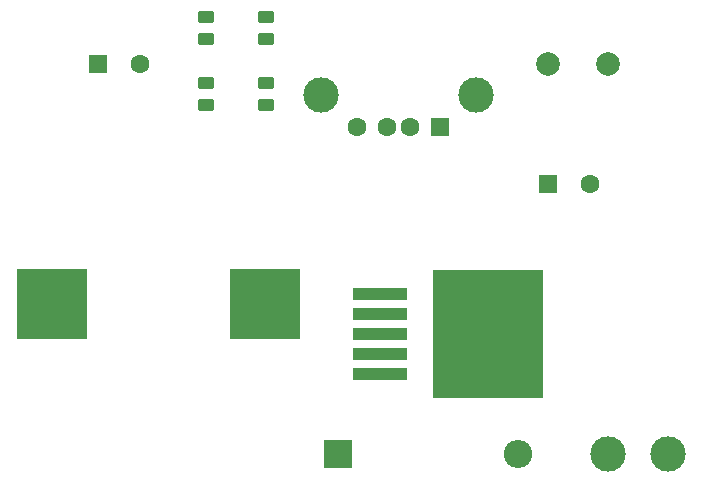
<source format=gbr>
%TF.GenerationSoftware,KiCad,Pcbnew,(6.0.4-0)*%
%TF.CreationDate,2022-06-08T11:17:20-07:00*%
%TF.ProjectId,DC_To_DC_Converter,44435f54-6f5f-4444-935f-436f6e766572,rev?*%
%TF.SameCoordinates,Original*%
%TF.FileFunction,Soldermask,Top*%
%TF.FilePolarity,Negative*%
%FSLAX46Y46*%
G04 Gerber Fmt 4.6, Leading zero omitted, Abs format (unit mm)*
G04 Created by KiCad (PCBNEW (6.0.4-0)) date 2022-06-08 11:17:20*
%MOMM*%
%LPD*%
G01*
G04 APERTURE LIST*
G04 Aperture macros list*
%AMRoundRect*
0 Rectangle with rounded corners*
0 $1 Rounding radius*
0 $2 $3 $4 $5 $6 $7 $8 $9 X,Y pos of 4 corners*
0 Add a 4 corners polygon primitive as box body*
4,1,4,$2,$3,$4,$5,$6,$7,$8,$9,$2,$3,0*
0 Add four circle primitives for the rounded corners*
1,1,$1+$1,$2,$3*
1,1,$1+$1,$4,$5*
1,1,$1+$1,$6,$7*
1,1,$1+$1,$8,$9*
0 Add four rect primitives between the rounded corners*
20,1,$1+$1,$2,$3,$4,$5,0*
20,1,$1+$1,$4,$5,$6,$7,0*
20,1,$1+$1,$6,$7,$8,$9,0*
20,1,$1+$1,$8,$9,$2,$3,0*%
G04 Aperture macros list end*
%ADD10RoundRect,0.250000X-0.450000X0.262500X-0.450000X-0.262500X0.450000X-0.262500X0.450000X0.262500X0*%
%ADD11R,1.600000X1.600000*%
%ADD12C,1.600000*%
%ADD13C,2.000000*%
%ADD14C,3.000000*%
%ADD15R,2.400000X2.400000*%
%ADD16O,2.400000X2.400000*%
%ADD17R,4.600000X1.100000*%
%ADD18R,9.400000X10.800000*%
%ADD19R,1.600000X1.500000*%
%ADD20R,6.000000X6.000000*%
G04 APERTURE END LIST*
D10*
%TO.C,R4*%
X141224000Y-37187500D03*
X141224000Y-39012500D03*
%TD*%
%TO.C,R3*%
X141224000Y-31599500D03*
X141224000Y-33424500D03*
%TD*%
%TO.C,R2*%
X136144000Y-37187500D03*
X136144000Y-39012500D03*
%TD*%
%TO.C,R1*%
X136144000Y-31599500D03*
X136144000Y-33424500D03*
%TD*%
D11*
%TO.C,C1*%
X165100000Y-45720000D03*
D12*
X168600000Y-45720000D03*
%TD*%
D13*
%TO.C,FB1*%
X170180000Y-35560000D03*
X165100000Y-35560000D03*
%TD*%
D14*
%TO.C,J1*%
X175260000Y-68580000D03*
X170180000Y-68580000D03*
%TD*%
D15*
%TO.C,D1*%
X147320000Y-68580000D03*
D16*
X162560000Y-68580000D03*
%TD*%
D17*
%TO.C,U1*%
X150870000Y-55020000D03*
X150870000Y-56720000D03*
X150870000Y-58420000D03*
D18*
X160020000Y-58420000D03*
D17*
X150870000Y-60120000D03*
X150870000Y-61820000D03*
%TD*%
D11*
%TO.C,C2*%
X127000000Y-35560000D03*
D12*
X130500000Y-35560000D03*
%TD*%
D19*
%TO.C,J2*%
X155900000Y-40920000D03*
D12*
X153400000Y-40920000D03*
X151400000Y-40920000D03*
X148900000Y-40920000D03*
D14*
X158970000Y-38210000D03*
X145830000Y-38210000D03*
%TD*%
D20*
%TO.C,L1*%
X123080000Y-55880000D03*
X141080000Y-55880000D03*
%TD*%
M02*

</source>
